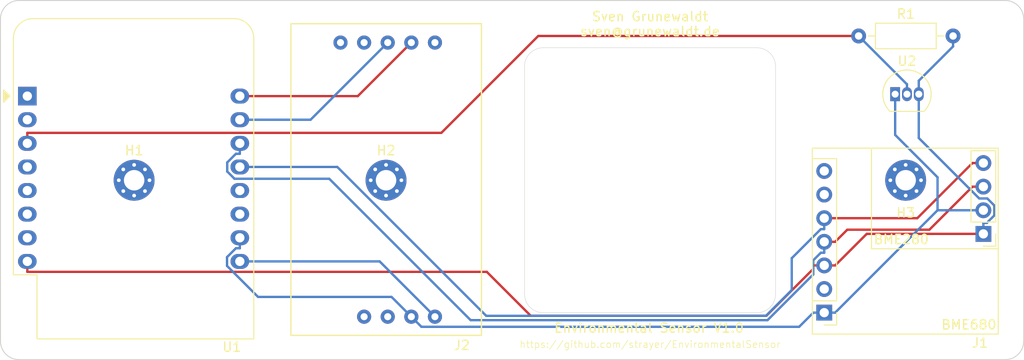
<source format=kicad_pcb>
(kicad_pcb (version 20171130) (host pcbnew "(5.1.6-0-10_14)")

  (general
    (thickness 1.6)
    (drawings 19)
    (tracks 80)
    (zones 0)
    (modules 8)
    (nets 17)
  )

  (page A4)
  (layers
    (0 F.Cu signal)
    (31 B.Cu signal)
    (32 B.Adhes user)
    (33 F.Adhes user)
    (34 B.Paste user)
    (35 F.Paste user)
    (36 B.SilkS user)
    (37 F.SilkS user)
    (38 B.Mask user)
    (39 F.Mask user)
    (40 Dwgs.User user)
    (41 Cmts.User user)
    (42 Eco1.User user)
    (43 Eco2.User user)
    (44 Edge.Cuts user)
    (45 Margin user)
    (46 B.CrtYd user)
    (47 F.CrtYd user)
    (48 B.Fab user)
    (49 F.Fab user)
  )

  (setup
    (last_trace_width 0.25)
    (trace_clearance 0.2)
    (zone_clearance 0.508)
    (zone_45_only no)
    (trace_min 0.2)
    (via_size 0.8)
    (via_drill 0.4)
    (via_min_size 0.4)
    (via_min_drill 0.3)
    (uvia_size 0.3)
    (uvia_drill 0.1)
    (uvias_allowed no)
    (uvia_min_size 0.2)
    (uvia_min_drill 0.1)
    (edge_width 0.05)
    (segment_width 0.2)
    (pcb_text_width 0.3)
    (pcb_text_size 1.5 1.5)
    (mod_edge_width 0.12)
    (mod_text_size 1 1)
    (mod_text_width 0.15)
    (pad_size 1.524 1.524)
    (pad_drill 0.762)
    (pad_to_mask_clearance 0.05)
    (aux_axis_origin 0 0)
    (visible_elements FFFFFF7F)
    (pcbplotparams
      (layerselection 0x010fc_ffffffff)
      (usegerberextensions false)
      (usegerberattributes true)
      (usegerberadvancedattributes true)
      (creategerberjobfile true)
      (excludeedgelayer true)
      (linewidth 0.100000)
      (plotframeref false)
      (viasonmask false)
      (mode 1)
      (useauxorigin false)
      (hpglpennumber 1)
      (hpglpenspeed 20)
      (hpglpendiameter 15.000000)
      (psnegative false)
      (psa4output false)
      (plotreference true)
      (plotvalue true)
      (plotinvisibletext false)
      (padsonsilk false)
      (subtractmaskfromsilk false)
      (outputformat 1)
      (mirror false)
      (drillshape 0)
      (scaleselection 1)
      (outputdirectory ""))
  )

  (net 0 "")
  (net 1 "Net-(J1-Pad4)")
  (net 2 "Net-(J1-Pad3)")
  (net 3 GND)
  (net 4 +3V3)
  (net 5 +5V)
  (net 6 "Net-(R1-Pad1)")
  (net 7 /TX-D1-MINI)
  (net 8 /RX-D1-MINI)
  (net 9 "Net-(U1-Pad12)")
  (net 10 "Net-(U1-Pad11)")
  (net 11 "Net-(U1-Pad7)")
  (net 12 "Net-(U1-Pad6)")
  (net 13 "Net-(U1-Pad5)")
  (net 14 "Net-(U1-Pad4)")
  (net 15 "Net-(U1-Pad1)")
  (net 16 "Net-(U1-Pad2)")

  (net_class Default "This is the default net class."
    (clearance 0.2)
    (trace_width 0.25)
    (via_dia 0.8)
    (via_drill 0.4)
    (uvia_dia 0.3)
    (uvia_drill 0.1)
    (add_net +3V3)
    (add_net +5V)
    (add_net /RX-D1-MINI)
    (add_net /TX-D1-MINI)
    (add_net GND)
    (add_net "Net-(J1-Pad3)")
    (add_net "Net-(J1-Pad4)")
    (add_net "Net-(R1-Pad1)")
    (add_net "Net-(U1-Pad1)")
    (add_net "Net-(U1-Pad11)")
    (add_net "Net-(U1-Pad12)")
    (add_net "Net-(U1-Pad2)")
    (add_net "Net-(U1-Pad4)")
    (add_net "Net-(U1-Pad5)")
    (add_net "Net-(U1-Pad6)")
    (add_net "Net-(U1-Pad7)")
  )

  (module MountingHole:MountingHole_2.2mm_M2_Pad_Via (layer F.Cu) (tedit 56DDB9C7) (tstamp 5F2E14CD)
    (at 111 33.25)
    (descr "Mounting Hole 2.2mm, M2")
    (tags "mounting hole 2.2mm m2")
    (path /5F2DCE57)
    (attr virtual)
    (fp_text reference H3 (at 0 3.5) (layer F.SilkS)
      (effects (font (size 1 1) (thickness 0.15)))
    )
    (fp_text value MountingHole (at 0 3.2) (layer F.Fab)
      (effects (font (size 1 1) (thickness 0.15)))
    )
    (fp_circle (center 0 0) (end 2.45 0) (layer F.CrtYd) (width 0.05))
    (fp_circle (center 0 0) (end 2.2 0) (layer Cmts.User) (width 0.15))
    (fp_text user %R (at 0.3 0) (layer F.Fab)
      (effects (font (size 1 1) (thickness 0.15)))
    )
    (pad 1 thru_hole circle (at 1.166726 -1.166726) (size 0.7 0.7) (drill 0.4) (layers *.Cu *.Mask))
    (pad 1 thru_hole circle (at 0 -1.65) (size 0.7 0.7) (drill 0.4) (layers *.Cu *.Mask))
    (pad 1 thru_hole circle (at -1.166726 -1.166726) (size 0.7 0.7) (drill 0.4) (layers *.Cu *.Mask))
    (pad 1 thru_hole circle (at -1.65 0) (size 0.7 0.7) (drill 0.4) (layers *.Cu *.Mask))
    (pad 1 thru_hole circle (at -1.166726 1.166726) (size 0.7 0.7) (drill 0.4) (layers *.Cu *.Mask))
    (pad 1 thru_hole circle (at 0 1.65) (size 0.7 0.7) (drill 0.4) (layers *.Cu *.Mask))
    (pad 1 thru_hole circle (at 1.166726 1.166726) (size 0.7 0.7) (drill 0.4) (layers *.Cu *.Mask))
    (pad 1 thru_hole circle (at 1.65 0) (size 0.7 0.7) (drill 0.4) (layers *.Cu *.Mask))
    (pad 1 thru_hole circle (at 0 0) (size 4.4 4.4) (drill 2.2) (layers *.Cu *.Mask))
  )

  (module MountingHole:MountingHole_2.2mm_M2_Pad_Via (layer F.Cu) (tedit 56DDB9C7) (tstamp 5F2E14BD)
    (at 55.1 33.25)
    (descr "Mounting Hole 2.2mm, M2")
    (tags "mounting hole 2.2mm m2")
    (path /5F2DC39C)
    (attr virtual)
    (fp_text reference H2 (at 0 -3.2) (layer F.SilkS)
      (effects (font (size 1 1) (thickness 0.15)))
    )
    (fp_text value MountingHole (at 0 3.2) (layer F.Fab)
      (effects (font (size 1 1) (thickness 0.15)))
    )
    (fp_circle (center 0 0) (end 2.45 0) (layer F.CrtYd) (width 0.05))
    (fp_circle (center 0 0) (end 2.2 0) (layer Cmts.User) (width 0.15))
    (fp_text user %R (at 0.3 0) (layer F.Fab)
      (effects (font (size 1 1) (thickness 0.15)))
    )
    (pad 1 thru_hole circle (at 1.166726 -1.166726) (size 0.7 0.7) (drill 0.4) (layers *.Cu *.Mask))
    (pad 1 thru_hole circle (at 0 -1.65) (size 0.7 0.7) (drill 0.4) (layers *.Cu *.Mask))
    (pad 1 thru_hole circle (at -1.166726 -1.166726) (size 0.7 0.7) (drill 0.4) (layers *.Cu *.Mask))
    (pad 1 thru_hole circle (at -1.65 0) (size 0.7 0.7) (drill 0.4) (layers *.Cu *.Mask))
    (pad 1 thru_hole circle (at -1.166726 1.166726) (size 0.7 0.7) (drill 0.4) (layers *.Cu *.Mask))
    (pad 1 thru_hole circle (at 0 1.65) (size 0.7 0.7) (drill 0.4) (layers *.Cu *.Mask))
    (pad 1 thru_hole circle (at 1.166726 1.166726) (size 0.7 0.7) (drill 0.4) (layers *.Cu *.Mask))
    (pad 1 thru_hole circle (at 1.65 0) (size 0.7 0.7) (drill 0.4) (layers *.Cu *.Mask))
    (pad 1 thru_hole circle (at 0 0) (size 4.4 4.4) (drill 2.2) (layers *.Cu *.Mask))
  )

  (module MountingHole:MountingHole_2.2mm_M2_Pad_Via (layer F.Cu) (tedit 56DDB9C7) (tstamp 5F2E14AD)
    (at 28 33.25)
    (descr "Mounting Hole 2.2mm, M2")
    (tags "mounting hole 2.2mm m2")
    (path /5F2DBCAA)
    (attr virtual)
    (fp_text reference H1 (at 0 -3.2) (layer F.SilkS)
      (effects (font (size 1 1) (thickness 0.15)))
    )
    (fp_text value MountingHole (at 0 3.2) (layer F.Fab)
      (effects (font (size 1 1) (thickness 0.15)))
    )
    (fp_circle (center 0 0) (end 2.45 0) (layer F.CrtYd) (width 0.05))
    (fp_circle (center 0 0) (end 2.2 0) (layer Cmts.User) (width 0.15))
    (fp_text user %R (at 0.3 0) (layer F.Fab)
      (effects (font (size 1 1) (thickness 0.15)))
    )
    (pad 1 thru_hole circle (at 1.166726 -1.166726) (size 0.7 0.7) (drill 0.4) (layers *.Cu *.Mask))
    (pad 1 thru_hole circle (at 0 -1.65) (size 0.7 0.7) (drill 0.4) (layers *.Cu *.Mask))
    (pad 1 thru_hole circle (at -1.166726 -1.166726) (size 0.7 0.7) (drill 0.4) (layers *.Cu *.Mask))
    (pad 1 thru_hole circle (at -1.65 0) (size 0.7 0.7) (drill 0.4) (layers *.Cu *.Mask))
    (pad 1 thru_hole circle (at -1.166726 1.166726) (size 0.7 0.7) (drill 0.4) (layers *.Cu *.Mask))
    (pad 1 thru_hole circle (at 0 1.65) (size 0.7 0.7) (drill 0.4) (layers *.Cu *.Mask))
    (pad 1 thru_hole circle (at 1.166726 1.166726) (size 0.7 0.7) (drill 0.4) (layers *.Cu *.Mask))
    (pad 1 thru_hole circle (at 1.65 0) (size 0.7 0.7) (drill 0.4) (layers *.Cu *.Mask))
    (pad 1 thru_hole circle (at 0 0) (size 4.4 4.4) (drill 2.2) (layers *.Cu *.Mask))
  )

  (module EnvironmentalSensors:BME280_BME680 (layer F.Cu) (tedit 5F2488BF) (tstamp 5F126F15)
    (at 119.36 39.02 180)
    (descr "Through hole straight pin header, 1x04, 2.54mm pitch, single row")
    (tags "Through hole pin header THT 1x04 2.54mm single row")
    (path /5F1451CD)
    (fp_text reference J1 (at 0.36 -11.73) (layer F.SilkS)
      (effects (font (size 1 1) (thickness 0.15)))
    )
    (fp_text value BME280-Breakout (at 4.5 10.72) (layer F.Fab)
      (effects (font (size 1 1) (thickness 0.15)))
    )
    (fp_line (start -0.635 -1.27) (end 1.27 -1.27) (layer F.Fab) (width 0.1))
    (fp_line (start 1.27 -1.27) (end 1.27 8.89) (layer F.Fab) (width 0.1))
    (fp_line (start 1.27 8.89) (end -1.27 8.89) (layer F.Fab) (width 0.1))
    (fp_line (start -1.27 8.89) (end -1.27 -0.635) (layer F.Fab) (width 0.1))
    (fp_line (start -1.27 -0.635) (end -0.635 -1.27) (layer F.Fab) (width 0.1))
    (fp_line (start -1.33 8.95) (end 1.33 8.95) (layer F.SilkS) (width 0.12))
    (fp_line (start -1.33 1.27) (end -1.33 8.95) (layer F.SilkS) (width 0.12))
    (fp_line (start 1.33 1.27) (end 1.33 8.95) (layer F.SilkS) (width 0.12))
    (fp_line (start -1.33 1.27) (end 1.33 1.27) (layer F.SilkS) (width 0.12))
    (fp_line (start -1.33 0) (end -1.33 -1.33) (layer F.SilkS) (width 0.12))
    (fp_line (start -1.33 -1.33) (end 0 -1.33) (layer F.SilkS) (width 0.12))
    (fp_line (start -2.1 -11.28) (end -2.1 9.72) (layer F.CrtYd) (width 0.05))
    (fp_line (start -2.1 9.72) (end 18.9 9.72) (layer F.CrtYd) (width 0.05))
    (fp_line (start 18.9 9.72) (end 18.9 -11.28) (layer F.CrtYd) (width 0.05))
    (fp_line (start -2.1 -11.28) (end 18.9 -11.28) (layer F.CrtYd) (width 0.05))
    (fp_line (start 15.85 8.036) (end 15.85 -9.109) (layer F.Fab) (width 0.1))
    (fp_line (start 18.39 8.036) (end 15.85 8.036) (layer F.Fab) (width 0.1))
    (fp_line (start 18.39 -9.594) (end 18.39 8.186) (layer F.Fab) (width 0.1))
    (fp_line (start 15.79 -9.804) (end 17.12 -9.804) (layer F.SilkS) (width 0.12))
    (fp_line (start 15.79 -8.474) (end 15.79 -9.804) (layer F.SilkS) (width 0.12))
    (fp_line (start 15.79 -7.204) (end 18.4 -7.204) (layer F.SilkS) (width 0.12))
    (fp_line (start 15.79 -7.204) (end 15.79 8.096) (layer F.SilkS) (width 0.12))
    (fp_line (start 15.79 8.096) (end 18.4 8.096) (layer F.SilkS) (width 0.12))
    (fp_line (start 15.85 -9.109) (end 16.485 -9.744) (layer F.Fab) (width 0.1))
    (fp_line (start 16.485 -9.744) (end 18.39 -9.744) (layer F.Fab) (width 0.1))
    (fp_line (start -1.6 9.22) (end 18.4 9.22) (layer F.SilkS) (width 0.12))
    (fp_line (start -1.6 -1.6) (end 12.04 -1.6) (layer F.SilkS) (width 0.12))
    (fp_line (start 12.04 -1.6) (end 12.04 9.22) (layer F.SilkS) (width 0.12))
    (fp_line (start -1.6 -10.78) (end -1.6 9.22) (layer F.SilkS) (width 0.12))
    (fp_line (start -1.6 -10.78) (end 18.4 -10.78) (layer F.SilkS) (width 0.12))
    (fp_line (start 18.4 -10.78) (end 18.4 9.22) (layer F.SilkS) (width 0.12))
    (fp_text user BME680 (at 1.56 -9.77) (layer F.SilkS)
      (effects (font (size 1 1) (thickness 0.15)))
    )
    (fp_text user BME280 (at 8.83 -0.59) (layer F.SilkS)
      (effects (font (size 1 1) (thickness 0.15)))
    )
    (fp_text user %R (at 17.12 -0.854 90) (layer F.Fab)
      (effects (font (size 1 1) (thickness 0.15)))
    )
    (fp_text user %R (at 0 3.81 90) (layer F.Fab)
      (effects (font (size 1 1) (thickness 0.15)))
    )
    (pad 1 thru_hole oval (at 17.12 -3.394 180) (size 1.7 1.7) (drill 1) (layers *.Cu *.Mask)
      (net 4 +3V3))
    (pad 2 thru_hole rect (at 17.12 -8.474 180) (size 1.7 1.7) (drill 1) (layers *.Cu *.Mask)
      (net 3 GND))
    (pad 3 thru_hole oval (at 17.12 -0.854 180) (size 1.7 1.7) (drill 1) (layers *.Cu *.Mask)
      (net 2 "Net-(J1-Pad3)"))
    (pad 4 thru_hole oval (at 17.12 1.686 180) (size 1.7 1.7) (drill 1) (layers *.Cu *.Mask)
      (net 1 "Net-(J1-Pad4)"))
    (pad "" thru_hole oval (at 17.12 4.226 180) (size 1.7 1.7) (drill 1) (layers *.Cu *.Mask))
    (pad "" thru_hole oval (at 17.12 6.766 180) (size 1.7 1.7) (drill 1) (layers *.Cu *.Mask))
    (pad "" thru_hole oval (at 17.12 -5.934 180) (size 1.7 1.7) (drill 1) (layers *.Cu *.Mask))
    (pad 4 thru_hole oval (at 0 7.62 180) (size 1.7 1.7) (drill 1) (layers *.Cu *.Mask)
      (net 1 "Net-(J1-Pad4)"))
    (pad 3 thru_hole oval (at 0 5.08 180) (size 1.7 1.7) (drill 1) (layers *.Cu *.Mask)
      (net 2 "Net-(J1-Pad3)"))
    (pad 2 thru_hole oval (at 0 2.54 180) (size 1.7 1.7) (drill 1) (layers *.Cu *.Mask)
      (net 3 GND))
    (pad 1 thru_hole rect (at 0 0 180) (size 1.7 1.7) (drill 1) (layers *.Cu *.Mask)
      (net 4 +3V3))
    (model ${KISYS3DMOD}/Connector_PinHeader_2.54mm.3dshapes/PinHeader_1x04_P2.54mm_Vertical.wrl
      (at (xyz 0 0 0))
      (scale (xyz 1 1 1))
      (rotate (xyz 0 0 0))
    )
  )

  (module EnvironmentalSensors:MH-Z19B (layer F.Cu) (tedit 5CB8739E) (tstamp 5F126F2D)
    (at 60.36 47.93 90)
    (path /5F1281DF)
    (fp_text reference J2 (at -3.07 2.89 180) (layer F.SilkS)
      (effects (font (size 1 1) (thickness 0.15)))
    )
    (fp_text value MH-Z19B (at 14.732 -2.0574 90) (layer F.Fab)
      (effects (font (size 1 1) (thickness 0.15)))
    )
    (fp_line (start -2.286 5.334) (end -2.286 -15.748) (layer F.CrtYd) (width 0.15))
    (fp_line (start 31.75 5.334) (end -2.286 5.334) (layer F.CrtYd) (width 0.15))
    (fp_line (start 31.75 -15.748) (end 31.75 5.334) (layer F.CrtYd) (width 0.15))
    (fp_line (start -2.286 -15.748) (end 31.75 -15.748) (layer F.CrtYd) (width 0.15))
    (fp_line (start -2.0066 5.0038) (end -2.0066 -15.494) (layer F.SilkS) (width 0.15))
    (fp_line (start 31.5214 5.0038) (end -2.0066 5.0038) (layer F.SilkS) (width 0.15))
    (fp_line (start 31.5214 -15.494) (end 31.5214 5.0038) (layer F.SilkS) (width 0.15))
    (fp_line (start -2.0066 -15.494) (end 31.5214 -15.494) (layer F.SilkS) (width 0.15))
    (pad 1 thru_hole circle (at 0 0 90) (size 1.524 1.524) (drill 0.762) (layers *.Cu *.Mask)
      (net 5 +5V))
    (pad 2 thru_hole circle (at 0 -2.54 90) (size 1.524 1.524) (drill 0.762) (layers *.Cu *.Mask)
      (net 3 GND))
    (pad 3 thru_hole circle (at 0 -5.08 90) (size 1.524 1.524) (drill 0.762) (layers *.Cu *.Mask))
    (pad 4 thru_hole circle (at 0 -7.62 90) (size 1.524 1.524) (drill 0.762) (layers *.Cu *.Mask))
    (pad 5 thru_hole circle (at 29.4894 0 90) (size 1.524 1.524) (drill 0.762) (layers *.Cu *.Mask))
    (pad 6 thru_hole circle (at 29.4894 -2.54 90) (size 1.524 1.524) (drill 0.762) (layers *.Cu *.Mask)
      (net 7 /TX-D1-MINI))
    (pad 7 thru_hole circle (at 29.4894 -5.08 90) (size 1.524 1.524) (drill 0.762) (layers *.Cu *.Mask)
      (net 8 /RX-D1-MINI))
    (pad 8 thru_hole circle (at 29.4894 -7.62 90) (size 1.524 1.524) (drill 0.762) (layers *.Cu *.Mask))
    (pad 9 thru_hole circle (at 29.4894 -10.16 90) (size 1.524 1.524) (drill 0.762) (layers *.Cu *.Mask))
  )

  (module Package_TO_SOT_THT:TO-92_Inline (layer F.Cu) (tedit 5A1DD157) (tstamp 5F126F99)
    (at 109.87 23.99)
    (descr "TO-92 leads in-line, narrow, oval pads, drill 0.75mm (see NXP sot054_po.pdf)")
    (tags "to-92 sc-43 sc-43a sot54 PA33 transistor")
    (path /5F120044)
    (fp_text reference U2 (at 1.27 -3.56) (layer F.SilkS)
      (effects (font (size 1 1) (thickness 0.15)))
    )
    (fp_text value DS18B20 (at 1.27 2.79) (layer F.Fab)
      (effects (font (size 1 1) (thickness 0.15)))
    )
    (fp_line (start 4 2.01) (end -1.46 2.01) (layer F.CrtYd) (width 0.05))
    (fp_line (start 4 2.01) (end 4 -2.73) (layer F.CrtYd) (width 0.05))
    (fp_line (start -1.46 -2.73) (end -1.46 2.01) (layer F.CrtYd) (width 0.05))
    (fp_line (start -1.46 -2.73) (end 4 -2.73) (layer F.CrtYd) (width 0.05))
    (fp_line (start -0.5 1.75) (end 3 1.75) (layer F.Fab) (width 0.1))
    (fp_line (start -0.53 1.85) (end 3.07 1.85) (layer F.SilkS) (width 0.12))
    (fp_arc (start 1.27 0) (end 1.27 -2.6) (angle 135) (layer F.SilkS) (width 0.12))
    (fp_arc (start 1.27 0) (end 1.27 -2.48) (angle -135) (layer F.Fab) (width 0.1))
    (fp_arc (start 1.27 0) (end 1.27 -2.6) (angle -135) (layer F.SilkS) (width 0.12))
    (fp_arc (start 1.27 0) (end 1.27 -2.48) (angle 135) (layer F.Fab) (width 0.1))
    (fp_text user %R (at 1.27 -3.56) (layer F.Fab)
      (effects (font (size 1 1) (thickness 0.15)))
    )
    (pad 1 thru_hole rect (at 0 0) (size 1.05 1.5) (drill 0.75) (layers *.Cu *.Mask)
      (net 3 GND))
    (pad 3 thru_hole oval (at 2.54 0) (size 1.05 1.5) (drill 0.75) (layers *.Cu *.Mask)
      (net 4 +3V3))
    (pad 2 thru_hole oval (at 1.27 0) (size 1.05 1.5) (drill 0.75) (layers *.Cu *.Mask)
      (net 6 "Net-(R1-Pad1)"))
    (model ${KISYS3DMOD}/Package_TO_SOT_THT.3dshapes/TO-92_Inline.wrl
      (at (xyz 0 0 0))
      (scale (xyz 1 1 1))
      (rotate (xyz 0 0 0))
    )
  )

  (module Module:WEMOS_D1_mini_light (layer F.Cu) (tedit 5BBFB1CE) (tstamp 5F126F87)
    (at 16.51 24.2)
    (descr "16-pin module, column spacing 22.86 mm (900 mils), https://wiki.wemos.cc/products:d1:d1_mini, https://c1.staticflickr.com/1/734/31400410271_f278b087db_z.jpg")
    (tags "ESP8266 WiFi microcontroller")
    (path /5F121194)
    (fp_text reference U1 (at 22 27) (layer F.SilkS)
      (effects (font (size 1 1) (thickness 0.15)))
    )
    (fp_text value WeMos_D1_mini (at 11.7 0) (layer F.Fab)
      (effects (font (size 1 1) (thickness 0.15)))
    )
    (fp_line (start 1.04 19.22) (end 1.04 26.12) (layer F.SilkS) (width 0.12))
    (fp_line (start -1.5 19.22) (end 1.04 19.22) (layer F.SilkS) (width 0.12))
    (fp_line (start -0.37 0) (end -1.37 -1) (layer F.Fab) (width 0.1))
    (fp_line (start -1.37 1) (end -0.37 0) (layer F.Fab) (width 0.1))
    (fp_line (start -1.37 -6.21) (end -1.37 -1) (layer F.Fab) (width 0.1))
    (fp_line (start 1.17 19.09) (end 1.17 25.99) (layer F.Fab) (width 0.1))
    (fp_line (start -1.37 19.09) (end 1.17 19.09) (layer F.Fab) (width 0.1))
    (fp_line (start -1.35 -7.4) (end -0.55 -8.2) (layer Dwgs.User) (width 0.1))
    (fp_line (start -1.3 -5.45) (end 1.45 -8.2) (layer Dwgs.User) (width 0.1))
    (fp_line (start -1.35 -3.4) (end 3.45 -8.2) (layer Dwgs.User) (width 0.1))
    (fp_line (start 22.65 -1.4) (end 24.25 -3) (layer Dwgs.User) (width 0.1))
    (fp_line (start 20.65 -1.4) (end 24.25 -5) (layer Dwgs.User) (width 0.1))
    (fp_line (start 18.65 -1.4) (end 24.25 -7) (layer Dwgs.User) (width 0.1))
    (fp_line (start 16.65 -1.4) (end 23.45 -8.2) (layer Dwgs.User) (width 0.1))
    (fp_line (start 14.65 -1.4) (end 21.45 -8.2) (layer Dwgs.User) (width 0.1))
    (fp_line (start 12.65 -1.4) (end 19.45 -8.2) (layer Dwgs.User) (width 0.1))
    (fp_line (start 10.65 -1.4) (end 17.45 -8.2) (layer Dwgs.User) (width 0.1))
    (fp_line (start 8.65 -1.4) (end 15.45 -8.2) (layer Dwgs.User) (width 0.1))
    (fp_line (start 6.65 -1.4) (end 13.45 -8.2) (layer Dwgs.User) (width 0.1))
    (fp_line (start 4.65 -1.4) (end 11.45 -8.2) (layer Dwgs.User) (width 0.1))
    (fp_line (start 2.65 -1.4) (end 9.45 -8.2) (layer Dwgs.User) (width 0.1))
    (fp_line (start 0.65 -1.4) (end 7.45 -8.2) (layer Dwgs.User) (width 0.1))
    (fp_line (start -1.35 -1.4) (end 5.45 -8.2) (layer Dwgs.User) (width 0.1))
    (fp_line (start -1.35 -8.2) (end -1.35 -1.4) (layer Dwgs.User) (width 0.1))
    (fp_line (start 24.25 -8.2) (end -1.35 -8.2) (layer Dwgs.User) (width 0.1))
    (fp_line (start 24.25 -1.4) (end 24.25 -8.2) (layer Dwgs.User) (width 0.1))
    (fp_line (start -1.35 -1.4) (end 24.25 -1.4) (layer Dwgs.User) (width 0.1))
    (fp_poly (pts (xy -2.54 -0.635) (xy -2.54 0.635) (xy -1.905 0)) (layer F.SilkS) (width 0.15))
    (fp_line (start -1.62 26.24) (end -1.62 -8.46) (layer F.CrtYd) (width 0.05))
    (fp_line (start 24.48 26.24) (end -1.62 26.24) (layer F.CrtYd) (width 0.05))
    (fp_line (start 24.48 -8.41) (end 24.48 26.24) (layer F.CrtYd) (width 0.05))
    (fp_line (start -1.62 -8.46) (end 24.48 -8.46) (layer F.CrtYd) (width 0.05))
    (fp_line (start -1.37 1) (end -1.37 19.09) (layer F.Fab) (width 0.1))
    (fp_line (start 22.23 -8.21) (end 0.63 -8.21) (layer F.Fab) (width 0.1))
    (fp_line (start 24.23 25.99) (end 24.23 -6.21) (layer F.Fab) (width 0.1))
    (fp_line (start 1.17 25.99) (end 24.23 25.99) (layer F.Fab) (width 0.1))
    (fp_line (start 22.24 -8.34) (end 0.63 -8.34) (layer F.SilkS) (width 0.12))
    (fp_line (start 24.36 26.12) (end 24.36 -6.21) (layer F.SilkS) (width 0.12))
    (fp_line (start -1.5 19.22) (end -1.5 -6.21) (layer F.SilkS) (width 0.12))
    (fp_line (start 1.04 26.12) (end 24.36 26.12) (layer F.SilkS) (width 0.12))
    (fp_text user "No copper" (at 11.43 -3.81) (layer Cmts.User)
      (effects (font (size 1 1) (thickness 0.15)))
    )
    (fp_text user "KEEP OUT" (at 11.43 -6.35) (layer Cmts.User)
      (effects (font (size 1 1) (thickness 0.15)))
    )
    (fp_arc (start 22.23 -6.21) (end 24.36 -6.21) (angle -90) (layer F.SilkS) (width 0.12))
    (fp_arc (start 0.63 -6.21) (end 0.63 -8.34) (angle -90) (layer F.SilkS) (width 0.12))
    (fp_arc (start 22.23 -6.21) (end 24.23 -6.19) (angle -90) (layer F.Fab) (width 0.1))
    (fp_arc (start 0.63 -6.21) (end 0.63 -8.21) (angle -90) (layer F.Fab) (width 0.1))
    (fp_text user %R (at 11.43 10) (layer F.Fab)
      (effects (font (size 1 1) (thickness 0.15)))
    )
    (pad 16 thru_hole oval (at 22.86 0) (size 2 1.6) (drill 1) (layers *.Cu *.Mask)
      (net 7 /TX-D1-MINI))
    (pad 15 thru_hole oval (at 22.86 2.54) (size 2 1.6) (drill 1) (layers *.Cu *.Mask)
      (net 8 /RX-D1-MINI))
    (pad 14 thru_hole oval (at 22.86 5.08) (size 2 1.6) (drill 1) (layers *.Cu *.Mask)
      (net 2 "Net-(J1-Pad3)"))
    (pad 13 thru_hole oval (at 22.86 7.62) (size 2 1.6) (drill 1) (layers *.Cu *.Mask)
      (net 1 "Net-(J1-Pad4)"))
    (pad 12 thru_hole oval (at 22.86 10.16) (size 2 1.6) (drill 1) (layers *.Cu *.Mask)
      (net 9 "Net-(U1-Pad12)"))
    (pad 11 thru_hole oval (at 22.86 12.7) (size 2 1.6) (drill 1) (layers *.Cu *.Mask)
      (net 10 "Net-(U1-Pad11)"))
    (pad 10 thru_hole oval (at 22.86 15.24) (size 2 1.6) (drill 1) (layers *.Cu *.Mask)
      (net 3 GND))
    (pad 9 thru_hole oval (at 22.86 17.78) (size 2 1.6) (drill 1) (layers *.Cu *.Mask)
      (net 5 +5V))
    (pad 8 thru_hole oval (at 0 17.78) (size 2 1.6) (drill 1) (layers *.Cu *.Mask)
      (net 4 +3V3))
    (pad 7 thru_hole oval (at 0 15.24) (size 2 1.6) (drill 1) (layers *.Cu *.Mask)
      (net 11 "Net-(U1-Pad7)"))
    (pad 6 thru_hole oval (at 0 12.7) (size 2 1.6) (drill 1) (layers *.Cu *.Mask)
      (net 12 "Net-(U1-Pad6)"))
    (pad 5 thru_hole oval (at 0 10.16) (size 2 1.6) (drill 1) (layers *.Cu *.Mask)
      (net 13 "Net-(U1-Pad5)"))
    (pad 4 thru_hole oval (at 0 7.62) (size 2 1.6) (drill 1) (layers *.Cu *.Mask)
      (net 14 "Net-(U1-Pad4)"))
    (pad 3 thru_hole oval (at 0 5.08) (size 2 1.6) (drill 1) (layers *.Cu *.Mask)
      (net 6 "Net-(R1-Pad1)"))
    (pad 1 thru_hole rect (at 0 0) (size 2 2) (drill 1) (layers *.Cu *.Mask)
      (net 15 "Net-(U1-Pad1)"))
    (pad 2 thru_hole oval (at 0 2.54) (size 2 1.6) (drill 1) (layers *.Cu *.Mask)
      (net 16 "Net-(U1-Pad2)"))
    (model ${KISYS3DMOD}/Module.3dshapes/WEMOS_D1_mini_light.wrl
      (at (xyz 0 0 0))
      (scale (xyz 1 1 1))
      (rotate (xyz 0 0 0))
    )
    (model ${KISYS3DMOD}/Connector_PinHeader_2.54mm.3dshapes/PinHeader_1x08_P2.54mm_Vertical.wrl
      (offset (xyz 0 0 9.5))
      (scale (xyz 1 1 1))
      (rotate (xyz 0 -180 0))
    )
    (model ${KISYS3DMOD}/Connector_PinHeader_2.54mm.3dshapes/PinHeader_1x08_P2.54mm_Vertical.wrl
      (offset (xyz 22.86 0 9.5))
      (scale (xyz 1 1 1))
      (rotate (xyz 0 -180 0))
    )
    (model ${KISYS3DMOD}/Connector_PinSocket_2.54mm.3dshapes/PinSocket_1x08_P2.54mm_Vertical.wrl
      (at (xyz 0 0 0))
      (scale (xyz 1 1 1))
      (rotate (xyz 0 0 0))
    )
    (model ${KISYS3DMOD}/Connector_PinSocket_2.54mm.3dshapes/PinSocket_1x08_P2.54mm_Vertical.wrl
      (offset (xyz 22.86 0 0))
      (scale (xyz 1 1 1))
      (rotate (xyz 0 0 0))
    )
  )

  (module Resistor_THT:R_Axial_DIN0207_L6.3mm_D2.5mm_P10.16mm_Horizontal (layer F.Cu) (tedit 5AE5139B) (tstamp 5F1277FC)
    (at 105.94 17.73)
    (descr "Resistor, Axial_DIN0207 series, Axial, Horizontal, pin pitch=10.16mm, 0.25W = 1/4W, length*diameter=6.3*2.5mm^2, http://cdn-reichelt.de/documents/datenblatt/B400/1_4W%23YAG.pdf")
    (tags "Resistor Axial_DIN0207 series Axial Horizontal pin pitch 10.16mm 0.25W = 1/4W length 6.3mm diameter 2.5mm")
    (path /5F128FE4)
    (fp_text reference R1 (at 5.08 -2.37) (layer F.SilkS)
      (effects (font (size 1 1) (thickness 0.15)))
    )
    (fp_text value 4k7 (at 5.08 2.37) (layer F.Fab)
      (effects (font (size 1 1) (thickness 0.15)))
    )
    (fp_line (start 11.21 -1.5) (end -1.05 -1.5) (layer F.CrtYd) (width 0.05))
    (fp_line (start 11.21 1.5) (end 11.21 -1.5) (layer F.CrtYd) (width 0.05))
    (fp_line (start -1.05 1.5) (end 11.21 1.5) (layer F.CrtYd) (width 0.05))
    (fp_line (start -1.05 -1.5) (end -1.05 1.5) (layer F.CrtYd) (width 0.05))
    (fp_line (start 9.12 0) (end 8.35 0) (layer F.SilkS) (width 0.12))
    (fp_line (start 1.04 0) (end 1.81 0) (layer F.SilkS) (width 0.12))
    (fp_line (start 8.35 -1.37) (end 1.81 -1.37) (layer F.SilkS) (width 0.12))
    (fp_line (start 8.35 1.37) (end 8.35 -1.37) (layer F.SilkS) (width 0.12))
    (fp_line (start 1.81 1.37) (end 8.35 1.37) (layer F.SilkS) (width 0.12))
    (fp_line (start 1.81 -1.37) (end 1.81 1.37) (layer F.SilkS) (width 0.12))
    (fp_line (start 10.16 0) (end 8.23 0) (layer F.Fab) (width 0.1))
    (fp_line (start 0 0) (end 1.93 0) (layer F.Fab) (width 0.1))
    (fp_line (start 8.23 -1.25) (end 1.93 -1.25) (layer F.Fab) (width 0.1))
    (fp_line (start 8.23 1.25) (end 8.23 -1.25) (layer F.Fab) (width 0.1))
    (fp_line (start 1.93 1.25) (end 8.23 1.25) (layer F.Fab) (width 0.1))
    (fp_line (start 1.93 -1.25) (end 1.93 1.25) (layer F.Fab) (width 0.1))
    (fp_text user %R (at 5.08 0) (layer F.Fab)
      (effects (font (size 1 1) (thickness 0.15)))
    )
    (pad 2 thru_hole oval (at 10.16 0) (size 1.6 1.6) (drill 0.8) (layers *.Cu *.Mask)
      (net 4 +3V3))
    (pad 1 thru_hole circle (at 0 0) (size 1.6 1.6) (drill 0.8) (layers *.Cu *.Mask)
      (net 6 "Net-(R1-Pad1)"))
    (model ${KISYS3DMOD}/Resistor_THT.3dshapes/R_Axial_DIN0207_L6.3mm_D2.5mm_P10.16mm_Horizontal.wrl
      (at (xyz 0 0 0))
      (scale (xyz 1 1 1))
      (rotate (xyz 0 0 0))
    )
  )

  (gr_text "Sven Grunewaldt\nsven@grunewaldt.de" (at 83.5 16.44) (layer F.SilkS)
    (effects (font (size 1 1) (thickness 0.15)))
  )
  (gr_text "Environmental Sensor V1.0" (at 83.39 49.14) (layer F.SilkS)
    (effects (font (size 1 1) (thickness 0.15)))
  )
  (gr_text https://github.com/strayer/EnvironmentalSensor (at 83.5 50.91) (layer F.SilkS)
    (effects (font (size 0.75 0.75) (thickness 0.075)))
  )
  (gr_arc (start 72 21) (end 72.01 19) (angle -90) (layer Edge.Cuts) (width 0.05) (tstamp 5F2E2956))
  (gr_arc (start 72 45.5) (end 70 45.49) (angle -90) (layer Edge.Cuts) (width 0.05) (tstamp 5F2E2951))
  (gr_arc (start 95 45.5) (end 94.99 47.5) (angle -90) (layer Edge.Cuts) (width 0.05) (tstamp 5F2E294A))
  (gr_arc (start 95 21) (end 97 21.01) (angle -90) (layer Edge.Cuts) (width 0.05) (tstamp 5F2E2944))
  (gr_arc (start 15.62 15.91) (end 15.63 13.91) (angle -90) (layer Edge.Cuts) (width 0.1) (tstamp 5F2E25AA))
  (gr_arc (start 15.62 50.55) (end 13.62 50.54) (angle -90) (layer Edge.Cuts) (width 0.1) (tstamp 5F2E2596))
  (gr_arc (start 121.7 15.91) (end 123.7 15.92) (angle -90) (layer Edge.Cuts) (width 0.1) (tstamp 5F2E2386))
  (gr_arc (start 121.7 50.55) (end 121.69 52.55) (angle -90) (layer Edge.Cuts) (width 0.1))
  (gr_line (start 70 45.49) (end 70 20.99) (layer Edge.Cuts) (width 0.05))
  (gr_line (start 94.99 47.5) (end 71.99 47.5) (layer Edge.Cuts) (width 0.05))
  (gr_line (start 97 21.01) (end 97 45.51) (layer Edge.Cuts) (width 0.05))
  (gr_line (start 72.01 19) (end 95.01 19) (layer Edge.Cuts) (width 0.05))
  (gr_line (start 123.7 15.92) (end 123.7 50.56) (layer Edge.Cuts) (width 0.1))
  (gr_line (start 15.63 13.91) (end 121.71 13.91) (layer Edge.Cuts) (width 0.1))
  (gr_line (start 13.62 50.54) (end 13.62 15.9) (layer Edge.Cuts) (width 0.1))
  (gr_line (start 121.69 52.55) (end 15.61 52.55) (layer Edge.Cuts) (width 0.1))

  (segment (start 118.1847 31.4) (end 112.2507 37.334) (width 0.25) (layer F.Cu) (net 1))
  (segment (start 112.2507 37.334) (end 102.24 37.334) (width 0.25) (layer F.Cu) (net 1))
  (segment (start 102.24 38.5093) (end 101.8727 38.5093) (width 0.25) (layer B.Cu) (net 1))
  (segment (start 101.8727 38.5093) (end 98.7448 41.6372) (width 0.25) (layer B.Cu) (net 1))
  (segment (start 98.7448 41.6372) (end 98.7448 45.0603) (width 0.25) (layer B.Cu) (net 1))
  (segment (start 98.7448 45.0603) (end 95.9687 47.8364) (width 0.25) (layer B.Cu) (net 1))
  (segment (start 95.9687 47.8364) (end 65.8739 47.8364) (width 0.25) (layer B.Cu) (net 1))
  (segment (start 65.8739 47.8364) (end 49.8575 31.82) (width 0.25) (layer B.Cu) (net 1))
  (segment (start 49.8575 31.82) (end 39.37 31.82) (width 0.25) (layer B.Cu) (net 1))
  (segment (start 102.24 37.334) (end 102.24 38.5093) (width 0.25) (layer B.Cu) (net 1))
  (segment (start 119.36 31.4) (end 118.1847 31.4) (width 0.25) (layer F.Cu) (net 1))
  (segment (start 119.36 33.94) (end 118.1847 33.94) (width 0.25) (layer F.Cu) (net 2))
  (segment (start 102.24 39.874) (end 103.4153 39.874) (width 0.25) (layer F.Cu) (net 2))
  (segment (start 103.4153 39.874) (end 104.7197 38.5696) (width 0.25) (layer F.Cu) (net 2))
  (segment (start 104.7197 38.5696) (end 113.5551 38.5696) (width 0.25) (layer F.Cu) (net 2))
  (segment (start 113.5551 38.5696) (end 118.1847 33.94) (width 0.25) (layer F.Cu) (net 2))
  (segment (start 102.24 39.874) (end 102.24 41.0493) (width 0.25) (layer B.Cu) (net 2))
  (segment (start 39.37 29.28) (end 39.37 30.4053) (width 0.25) (layer B.Cu) (net 2))
  (segment (start 39.37 30.4053) (end 38.948 30.4053) (width 0.25) (layer B.Cu) (net 2))
  (segment (start 38.948 30.4053) (end 38.0136 31.3397) (width 0.25) (layer B.Cu) (net 2))
  (segment (start 38.0136 31.3397) (end 38.0136 32.3059) (width 0.25) (layer B.Cu) (net 2))
  (segment (start 38.0136 32.3059) (end 38.7977 33.09) (width 0.25) (layer B.Cu) (net 2))
  (segment (start 38.7977 33.09) (end 48.9893 33.09) (width 0.25) (layer B.Cu) (net 2))
  (segment (start 48.9893 33.09) (end 64.2025 48.3032) (width 0.25) (layer B.Cu) (net 2))
  (segment (start 64.2025 48.3032) (end 96.1388 48.3032) (width 0.25) (layer B.Cu) (net 2))
  (segment (start 96.1388 48.3032) (end 101.0647 43.3773) (width 0.25) (layer B.Cu) (net 2))
  (segment (start 101.0647 43.3773) (end 101.0647 41.8572) (width 0.25) (layer B.Cu) (net 2))
  (segment (start 101.0647 41.8572) (end 101.8726 41.0493) (width 0.25) (layer B.Cu) (net 2))
  (segment (start 101.8726 41.0493) (end 102.24 41.0493) (width 0.25) (layer B.Cu) (net 2))
  (segment (start 102.24 47.494) (end 101.0647 47.494) (width 0.25) (layer B.Cu) (net 3))
  (segment (start 57.82 47.93) (end 58.9073 49.0173) (width 0.25) (layer B.Cu) (net 3))
  (segment (start 58.9073 49.0173) (end 99.5414 49.0173) (width 0.25) (layer B.Cu) (net 3))
  (segment (start 99.5414 49.0173) (end 101.0647 47.494) (width 0.25) (layer B.Cu) (net 3))
  (segment (start 39.37 40.5653) (end 38.948 40.5653) (width 0.25) (layer B.Cu) (net 3))
  (segment (start 38.948 40.5653) (end 37.9931 41.5202) (width 0.25) (layer B.Cu) (net 3))
  (segment (start 37.9931 41.5202) (end 37.9931 42.4643) (width 0.25) (layer B.Cu) (net 3))
  (segment (start 37.9931 42.4643) (end 41.3304 45.8016) (width 0.25) (layer B.Cu) (net 3))
  (segment (start 41.3304 45.8016) (end 55.6916 45.8016) (width 0.25) (layer B.Cu) (net 3))
  (segment (start 55.6916 45.8016) (end 57.82 47.93) (width 0.25) (layer B.Cu) (net 3))
  (segment (start 114.4293 36.48) (end 119.36 36.48) (width 0.25) (layer B.Cu) (net 3))
  (segment (start 103.4153 47.494) (end 114.4293 36.48) (width 0.25) (layer B.Cu) (net 3))
  (segment (start 109.87 23.99) (end 109.87 28.3725) (width 0.25) (layer B.Cu) (net 3))
  (segment (start 109.87 28.3725) (end 114.4293 32.9318) (width 0.25) (layer B.Cu) (net 3))
  (segment (start 114.4293 32.9318) (end 114.4293 36.48) (width 0.25) (layer B.Cu) (net 3))
  (segment (start 102.24 47.494) (end 103.4153 47.494) (width 0.25) (layer B.Cu) (net 3))
  (segment (start 39.37 39.44) (end 39.37 40.5653) (width 0.25) (layer B.Cu) (net 3))
  (segment (start 119.36 39.02) (end 119.36 37.8447) (width 0.25) (layer B.Cu) (net 4))
  (segment (start 112.41 23.99) (end 112.41 28.7066) (width 0.25) (layer B.Cu) (net 4))
  (segment (start 112.41 28.7066) (end 118.9134 35.21) (width 0.25) (layer B.Cu) (net 4))
  (segment (start 118.9134 35.21) (end 119.7808 35.21) (width 0.25) (layer B.Cu) (net 4))
  (segment (start 119.7808 35.21) (end 120.5353 35.9645) (width 0.25) (layer B.Cu) (net 4))
  (segment (start 120.5353 35.9645) (end 120.5353 37.0368) (width 0.25) (layer B.Cu) (net 4))
  (segment (start 120.5353 37.0368) (end 119.7274 37.8447) (width 0.25) (layer B.Cu) (net 4))
  (segment (start 119.7274 37.8447) (end 119.36 37.8447) (width 0.25) (layer B.Cu) (net 4))
  (segment (start 116.1 18.8553) (end 112.41 22.5453) (width 0.25) (layer B.Cu) (net 4))
  (segment (start 112.41 22.5453) (end 112.41 23.99) (width 0.25) (layer B.Cu) (net 4))
  (segment (start 116.1 17.73) (end 116.1 18.8553) (width 0.25) (layer B.Cu) (net 4))
  (segment (start 102.24 42.414) (end 103.4153 42.414) (width 0.25) (layer F.Cu) (net 4))
  (segment (start 119.36 39.02) (end 106.8093 39.02) (width 0.25) (layer F.Cu) (net 4))
  (segment (start 106.8093 39.02) (end 103.4153 42.414) (width 0.25) (layer F.Cu) (net 4))
  (segment (start 16.51 41.98) (end 16.51 43.1053) (width 0.25) (layer F.Cu) (net 4))
  (segment (start 102.24 42.414) (end 101.0647 42.414) (width 0.25) (layer F.Cu) (net 4))
  (segment (start 101.0647 42.414) (end 101.0647 42.7813) (width 0.25) (layer F.Cu) (net 4))
  (segment (start 101.0647 42.7813) (end 96.0177 47.8283) (width 0.25) (layer F.Cu) (net 4))
  (segment (start 96.0177 47.8283) (end 70.6603 47.8283) (width 0.25) (layer F.Cu) (net 4))
  (segment (start 70.6603 47.8283) (end 65.9373 43.1053) (width 0.25) (layer F.Cu) (net 4))
  (segment (start 65.9373 43.1053) (end 16.51 43.1053) (width 0.25) (layer F.Cu) (net 4))
  (segment (start 39.37 41.98) (end 54.41 41.98) (width 0.25) (layer B.Cu) (net 5))
  (segment (start 54.41 41.98) (end 60.36 47.93) (width 0.25) (layer B.Cu) (net 5))
  (segment (start 16.51 29.28) (end 16.51 28.1547) (width 0.25) (layer F.Cu) (net 6))
  (segment (start 105.94 17.73) (end 71.4726 17.73) (width 0.25) (layer F.Cu) (net 6))
  (segment (start 71.4726 17.73) (end 61.0479 28.1547) (width 0.25) (layer F.Cu) (net 6))
  (segment (start 61.0479 28.1547) (end 16.51 28.1547) (width 0.25) (layer F.Cu) (net 6))
  (segment (start 111.14 23.99) (end 111.14 22.9147) (width 0.25) (layer B.Cu) (net 6))
  (segment (start 105.94 17.73) (end 111.1247 22.9147) (width 0.25) (layer B.Cu) (net 6))
  (segment (start 111.1247 22.9147) (end 111.14 22.9147) (width 0.25) (layer B.Cu) (net 6))
  (segment (start 39.37 24.2) (end 52.0606 24.2) (width 0.25) (layer F.Cu) (net 7))
  (segment (start 52.0606 24.2) (end 57.82 18.4406) (width 0.25) (layer F.Cu) (net 7))
  (segment (start 39.37 26.74) (end 46.9806 26.74) (width 0.25) (layer B.Cu) (net 8))
  (segment (start 46.9806 26.74) (end 55.28 18.4406) (width 0.25) (layer B.Cu) (net 8))

)

</source>
